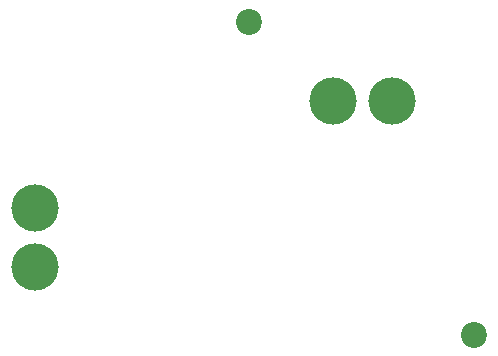
<source format=gbs>
%TF.GenerationSoftware,KiCad,Pcbnew,(6.0.9)*%
%TF.CreationDate,2023-02-02T11:01:25+01:00*%
%TF.ProjectId,Powerboard,506f7765-7262-46f6-9172-642e6b696361,rev?*%
%TF.SameCoordinates,Original*%
%TF.FileFunction,Soldermask,Bot*%
%TF.FilePolarity,Negative*%
%FSLAX46Y46*%
G04 Gerber Fmt 4.6, Leading zero omitted, Abs format (unit mm)*
G04 Created by KiCad (PCBNEW (6.0.9)) date 2023-02-02 11:01:25*
%MOMM*%
%LPD*%
G01*
G04 APERTURE LIST*
%ADD10C,4.000000*%
%ADD11C,2.200000*%
G04 APERTURE END LIST*
D10*
%TO.C,J2*%
X157100000Y-86700000D03*
X162100000Y-86700000D03*
%TD*%
D11*
%TO.C,REF\u002A\u002A*%
X150000000Y-80000000D03*
%TD*%
D10*
%TO.C,J1*%
X131900000Y-100800000D03*
X131900000Y-95800000D03*
%TD*%
D11*
%TO.C,REF\u002A\u002A*%
X169000000Y-106500000D03*
%TD*%
M02*

</source>
